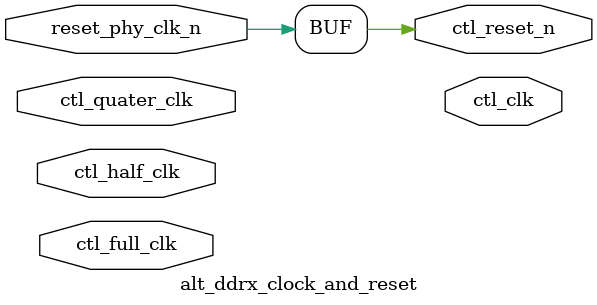
<source format=v>


`timescale 1 ps / 1 ps
module alt_ddrx_clock_and_reset #
    ( parameter
        DWIDTH_RATIO = "2"
    )
    (
        // Inputs
        ctl_full_clk,
        ctl_half_clk,
        ctl_quater_clk,
        //csr_clk,
        reset_phy_clk_n,
        
        // Outputs
        ctl_clk,
        ctl_reset_n
    );

input ctl_full_clk;
input ctl_half_clk;
input ctl_quater_clk;
//input csr_clk;
input reset_phy_clk_n;

output ctl_clk;
output ctl_reset_n;

wire ctl_clk;
wire ctl_reset_n = reset_phy_clk_n;

generate
    if (DWIDTH_RATIO == 2) // fullrate
        assign ctl_clk = ctl_full_clk;
    else if (DWIDTH_RATIO == 4) // halfrate
        assign ctl_clk = ctl_half_clk;
endgenerate

endmodule

</source>
